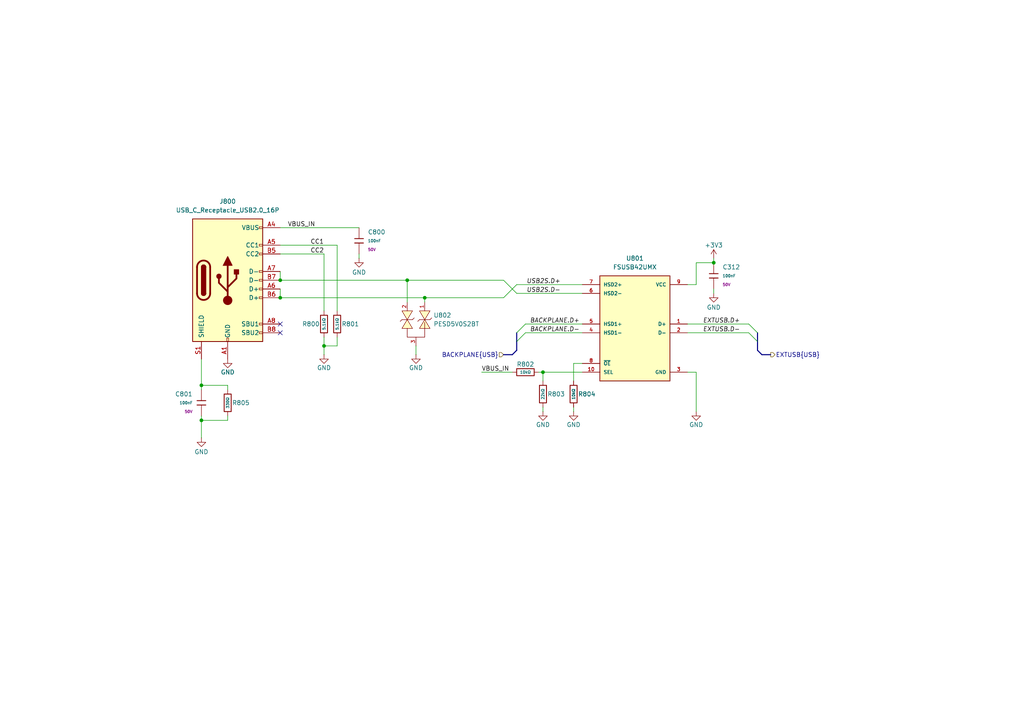
<source format=kicad_sch>
(kicad_sch (version 20231120) (generator "eeschema") (generator_version "8.0")
  (paper "A4")
  (title_block (title "ModuCard base module") (date "2025-02-18") (rev "1.0.0") (company "KoNaR") (comment 1 "Base project authors: Dominik Pluta, Artem Horiunov") (comment 2 "Project author: <author>"))
  (lib_symbols
    (symbol "FSUSB42UMX:FSUSB42UMX" (pin_names (offset 1.016))
      (property "Reference" "U" (at -10.16 15.748 0))
      (property "Value" "FSUSB42UMX" (at -10.16 -17.78 0))
      (symbol "FSUSB42UMX_0_0"
        (rectangle (start -10.16 15.24) (end 10.16 -15.24) (stroke (width 0.254)) (fill (type background)))
        (pin bidirectional line (at 15.24 1.27 180) (length 5.08) (name "D+") (number "1"))
        (pin input line (at -15.24 -12.7 0) (length 5.08) (name "SEL") (number "10"))
        (pin bidirectional line (at 15.24 -1.27 180) (length 5.08) (name "D-") (number "2"))
        (pin power_in line (at 15.24 -12.7 180) (length 5.08) (name "GND") (number "3"))
        (pin input line (at -15.24 -1.27 0) (length 5.08) (name "HSD1-") (number "4"))
        (pin input line (at -15.24 1.27 0) (length 5.08) (name "HSD1+") (number "5"))
        (pin input line (at -15.24 10.16 0) (length 5.08) (name "HSD2-") (number "6"))
        (pin input line (at -15.24 12.7 0) (length 5.08) (name "HSD2+") (number "7"))
        (pin input line (at -15.24 -10.16 0) (length 5.08) (name "~{OE}") (number "8"))
        (pin power_in line (at 15.24 12.7 180) (length 5.08) (name "VCC") (number "9"))
      )
    )
    (symbol "PCM_JLCPCB-Capacitors:0402,100nF,(2)" (pin_numbers hide) (pin_names (offset 0))
      (property "Reference" "C" (at 2.032 1.668 0))
      (property "Value" "100nF" (at 2.032 -0.3782 0))
      (property "Voltage Rated" "50V" (at 2.032 -2.0462 0))
      (symbol "0402,100nF,(2)_0_1"
        (polyline (pts (xy -1.27 -0.635) (xy 1.27 -0.635)) (stroke (width 0.254)))
        (polyline (pts (xy -1.27 0.635) (xy 1.27 0.635)) (stroke (width 0.254)))
      )
      (symbol "0402,100nF,(2)_1_1"
        (pin passive line (at 0 3.81 270) (length 3.175) (name "~") (number "1"))
        (pin passive line (at 0 -3.81 90) (length 3.175) (name "~") (number "2"))
      )
    )
    (symbol "PCM_JLCPCB-Resistors:0402,10kΩ" (pin_numbers hide) (pin_names (offset 0))
      (property "Reference" "R" (at 1.778 0 0))
      (property "Value" "10kΩ" (at 0 0 90))
      (symbol "0402,10kΩ_0_1"
        (rectangle (start -1.016 2.54) (end 1.016 -2.54) (stroke (width 0.254)))
      )
      (symbol "0402,10kΩ_1_1"
        (pin passive line (at 0 3.81 270) (length 1.27) (name "~") (number "1"))
        (pin passive line (at 0 -3.81 90) (length 1.27) (name "~") (number "2"))
      )
    )
    (symbol "PCM_JLCPCB-Resistors:0402,22kΩ" (pin_numbers hide) (pin_names (offset 0))
      (property "Reference" "R" (at 1.778 0 0))
      (property "Value" "22kΩ" (at 0 0 90))
      (symbol "0402,22kΩ_0_1"
        (rectangle (start -1.016 2.54) (end 1.016 -2.54) (stroke (width 0.254)))
      )
      (symbol "0402,22kΩ_1_1"
        (pin passive line (at 0 3.81 270) (length 1.27) (name "~") (number "1"))
        (pin passive line (at 0 -3.81 90) (length 1.27) (name "~") (number "2"))
      )
    )
    (symbol "PCM_JLCPCB-Resistors:0402,330Ω" (pin_numbers hide) (pin_names (offset 0))
      (property "Reference" "R" (at 1.778 0 0))
      (property "Value" "330Ω" (at 0 0 90))
      (symbol "0402,330Ω_0_1"
        (rectangle (start -1.016 2.54) (end 1.016 -2.54) (stroke (width 0.254)))
      )
      (symbol "0402,330Ω_1_1"
        (pin passive line (at 0 3.81 270) (length 1.27) (name "~") (number "1"))
        (pin passive line (at 0 -3.81 90) (length 1.27) (name "~") (number "2"))
      )
    )
    (symbol "PCM_JLCPCB-Resistors:0402,5.1kΩ" (pin_numbers hide) (pin_names (offset 0))
      (property "Reference" "R" (at 1.778 0 0))
      (property "Value" "5.1kΩ" (at 0 0 90))
      (symbol "0402,5.1kΩ_0_1"
        (rectangle (start -1.016 2.54) (end 1.016 -2.54) (stroke (width 0.254)))
      )
      (symbol "0402,5.1kΩ_1_1"
        (pin passive line (at 0 3.81 270) (length 1.27) (name "~") (number "1"))
        (pin passive line (at 0 -3.81 90) (length 1.27) (name "~") (number "2"))
      )
    )
    (symbol "PESD5V0S2BT:PESD5V0S2BT" (pin_names hide)
      (property "Reference" "U" (at -0.508 -1.524 0))
      (property "Value" "PESD5V0S2BT" (at 0 0 0))
      (symbol "PESD5V0S2BT_0_1"
        (polyline (pts (xy -1.016 -2.54) (xy -4.064 -2.54)))
        (polyline (pts (xy 4.064 -2.54) (xy 1.016 -2.54)))
        (polyline (pts (xy -4.064 -2.54) (xy -4.572 -3.048) (xy -4.064 -2.54)))
        (polyline (pts (xy -1.016 -2.54) (xy -0.508 -2.032) (xy -1.016 -2.54)))
        (polyline (pts (xy 1.016 -2.54) (xy 0.508 -3.048) (xy 1.016 -2.54)))
        (polyline (pts (xy 4.064 -2.54) (xy 4.572 -2.032) (xy 4.064 -2.54)))
        (polyline (pts (xy -4.064 -5.08) (xy -2.54 -2.54) (xy -1.016 -5.08) (xy -4.064 -5.08)) (fill (type background)))
        (polyline (pts (xy -4.064 0) (xy -2.54 -2.54) (xy -1.016 0) (xy -4.064 0)) (fill (type background)))
        (polyline (pts (xy 1.016 -5.08) (xy 2.54 -2.54) (xy 4.064 -5.08) (xy 1.016 -5.08)) (fill (type background)))
        (polyline (pts (xy 1.016 0) (xy 2.54 -2.54) (xy 4.064 0) (xy 1.016 0)) (fill (type background)))
        (polyline (pts (xy 2.54 0) (xy 2.54 2.54) (xy 0 2.54) (xy -2.54 2.54) (xy -2.54 -1.778)))
      )
      (symbol "PESD5V0S2BT_1_1"
        (pin passive line (at -2.54 -7.62 90) (length 2.54) (name "1") (number "1"))
        (pin passive line (at 2.54 -7.62 90) (length 2.54) (name "2") (number "2"))
        (pin passive line (at 0 5.08 270) (length 2.54) (name "3") (number "3"))
      )
    )
    (symbol "USB_C_Receptacle_USB2.0_16P_1" (pin_names (offset 1.016))
      (property "Reference" "J" (at 0 22.225 0))
      (property "Value" "USB_C_Receptacle_USB2.0_16P" (at 0 19.685 0))
      (symbol "USB_C_Receptacle_USB2.0_16P_1_0_0"
        (rectangle (start -0.254 -17.78) (end 0.254 -16.764))
        (rectangle (start 10.16 -14.986) (end 9.144 -15.494))
        (rectangle (start 10.16 -12.446) (end 9.144 -12.954))
        (rectangle (start 10.16 -4.826) (end 9.144 -5.334))
        (rectangle (start 10.16 -2.286) (end 9.144 -2.794))
        (rectangle (start 10.16 0.254) (end 9.144 -0.254))
        (rectangle (start 10.16 2.794) (end 9.144 2.286))
        (rectangle (start 10.16 7.874) (end 9.144 7.366))
        (rectangle (start 10.16 10.414) (end 9.144 9.906))
        (rectangle (start 10.16 15.494) (end 9.144 14.986))
      )
      (symbol "USB_C_Receptacle_USB2.0_16P_1_0_1"
        (rectangle (start -10.16 17.78) (end 10.16 -17.78) (stroke (width 0.254)) (fill (type background)))
        (arc (start -8.89 -3.81) (mid -6.985 -5.7067) (end -5.08 -3.81) (stroke (width 0.508)))
        (arc (start -7.62 -3.81) (mid -6.985 -4.4423) (end -6.35 -3.81) (stroke (width 0.254)))
        (arc (start -7.62 -3.81) (mid -6.985 -4.4423) (end -6.35 -3.81) (stroke (width 0.254)) (fill (type outline)))
        (rectangle (start -7.62 -3.81) (end -6.35 3.81) (stroke (width 0.254)) (fill (type outline)))
        (arc (start -6.35 3.81) (mid -6.985 4.4423) (end -7.62 3.81) (stroke (width 0.254)))
        (arc (start -6.35 3.81) (mid -6.985 4.4423) (end -7.62 3.81) (stroke (width 0.254)) (fill (type outline)))
        (arc (start -5.08 3.81) (mid -6.985 5.7067) (end -8.89 3.81) (stroke (width 0.508)))
        (circle (center -2.54 1.143) (radius 0.635) (stroke (width 0.254)) (fill (type outline)))
        (circle (center 0 -5.842) (radius 1.27) (fill (type outline)))
        (polyline (pts (xy -8.89 -3.81) (xy -8.89 3.81)) (stroke (width 0.508)))
        (polyline (pts (xy -5.08 3.81) (xy -5.08 -3.81)) (stroke (width 0.508)))
        (polyline (pts (xy 0 -5.842) (xy 0 4.318)) (stroke (width 0.508)))
        (polyline (pts (xy 0 -3.302) (xy -2.54 -0.762) (xy -2.54 0.508)) (stroke (width 0.508)))
        (polyline (pts (xy 0 -2.032) (xy 2.54 0.508) (xy 2.54 1.778)) (stroke (width 0.508)))
        (polyline (pts (xy -1.27 4.318) (xy 0 6.858) (xy 1.27 4.318) (xy -1.27 4.318)) (stroke (width 0.254)) (fill (type outline)))
        (rectangle (start 1.905 1.778) (end 3.175 3.048) (stroke (width 0.254)) (fill (type outline)))
      )
      (symbol "USB_C_Receptacle_USB2.0_16P_1_1_1"
        (pin passive line (at 0 -22.86 90) (length 5.08) (name "GND") (number "A1"))
        (pin passive line (at 0 -22.86 90) (length 5.08) hide (name "GND") (number "A12"))
        (pin passive line (at 15.24 15.24 180) (length 5.08) (name "VBUS") (number "A4"))
        (pin bidirectional line (at 15.24 10.16 180) (length 5.08) (name "CC1") (number "A5"))
        (pin bidirectional line (at 15.24 -2.54 180) (length 5.08) (name "D+") (number "A6"))
        (pin bidirectional line (at 15.24 2.54 180) (length 5.08) (name "D-") (number "A7"))
        (pin bidirectional line (at 15.24 -12.7 180) (length 5.08) (name "SBU1") (number "A8"))
        (pin passive line (at 15.24 15.24 180) (length 5.08) hide (name "VBUS") (number "A9"))
        (pin passive line (at 0 -22.86 90) (length 5.08) hide (name "GND") (number "B1"))
        (pin passive line (at 0 -22.86 90) (length 5.08) hide (name "GND") (number "B12"))
        (pin passive line (at 15.24 15.24 180) (length 5.08) hide (name "VBUS") (number "B4"))
        (pin bidirectional line (at 15.24 7.62 180) (length 5.08) (name "CC2") (number "B5"))
        (pin bidirectional line (at 15.24 -5.08 180) (length 5.08) (name "D+") (number "B6"))
        (pin bidirectional line (at 15.24 0 180) (length 5.08) (name "D-") (number "B7"))
        (pin bidirectional line (at 15.24 -15.24 180) (length 5.08) (name "SBU2") (number "B8"))
        (pin passive line (at 15.24 15.24 180) (length 5.08) hide (name "VBUS") (number "B9"))
        (pin passive line (at -7.62 -22.86 90) (length 5.08) (name "SHIELD") (number "S1"))
      )
    )
    (symbol "power:+5V" (power) (pin_numbers hide) (pin_names (offset 0) hide)
      (property "Value" "+5V" (at 0 3.556 0))
      (symbol "+5V_0_1"
        (polyline (pts (xy -0.762 1.27) (xy 0 2.54)))
        (polyline (pts (xy 0 0) (xy 0 2.54)))
        (polyline (pts (xy 0 2.54) (xy 0.762 1.27)))
      )
      (symbol "+5V_1_1"
        (pin power_in line (at 0 0 90) (length 0) (name "~") (number "1"))
      )
    )
    (symbol "power:GND" (power) (pin_numbers hide) (pin_names (offset 0) hide)
      (property "Value" "GND" (at 0 -3.81 0))
      (symbol "GND_0_1"
        (polyline (pts (xy 0 0) (xy 0 -1.27) (xy 1.27 -1.27) (xy 0 -2.54) (xy -1.27 -1.27) (xy 0 -1.27)))
      )
      (symbol "GND_1_1"
        (pin power_in line (at 0 0 270) (length 0) (name "~") (number "1"))
      )
    )
  )
  (junction (at 58.42 111.76))
  (junction (at 58.42 121.92))
  (junction (at 93.98 100.33))
  (junction (at 81.28 81.28))
  (junction (at 123.19 86.36))
  (junction (at 207.01 76.2))
  (junction (at 157.48 107.95))
  (junction (at 81.28 86.36))
  (junction (at 118.11 81.28))
  (no_connect (at 81.28 96.52))
  (no_connect (at 81.28 93.98))
  (bus_entry (at 217.17 96.52) (size 2.54 2.54))
  (bus_entry (at 149.86 96.52) (size 2.54 -2.54))
  (bus_entry (at 217.17 93.98) (size 2.54 2.54))
  (bus_entry (at 149.86 99.06) (size 2.54 -2.54))
  (wire (pts (xy 149.86 85.09) (xy 168.91 85.09)))
  (wire (pts (xy 81.28 81.28) (xy 118.11 81.28)))
  (wire (pts (xy 201.93 107.95) (xy 199.39 107.95)))
  (bus (pts (xy 220.98 102.87) (xy 219.71 101.6)))
  (wire (pts (xy 201.93 76.2) (xy 201.93 82.55)))
  (wire (pts (xy 199.39 93.98) (xy 217.17 93.98)))
  (wire (pts (xy 81.28 78.74) (xy 81.28 81.28)))
  (wire (pts (xy 58.42 120.65) (xy 58.42 121.92)))
  (wire (pts (xy 93.98 73.66) (xy 93.98 90.17)))
  (wire (pts (xy 207.01 83.82) (xy 207.01 85.09)))
  (wire (pts (xy 93.98 97.79) (xy 93.98 100.33)))
  (wire (pts (xy 152.4 93.98) (xy 168.91 93.98)))
  (wire (pts (xy 149.86 82.55) (xy 168.91 82.55)))
  (wire (pts (xy 207.01 74.93) (xy 207.01 76.2)))
  (wire (pts (xy 104.14 73.66) (xy 104.14 74.93)))
  (bus (pts (xy 219.71 96.52) (xy 219.71 99.06)))
  (wire (pts (xy 97.79 97.79) (xy 97.79 100.33)))
  (wire (pts (xy 199.39 96.52) (xy 217.17 96.52)))
  (wire (pts (xy 166.37 118.11) (xy 166.37 119.38)))
  (wire (pts (xy 157.48 118.11) (xy 157.48 119.38)))
  (wire (pts (xy 58.42 104.14) (xy 58.42 111.76)))
  (wire (pts (xy 58.42 121.92) (xy 58.42 127)))
  (bus (pts (xy 220.98 102.87) (xy 223.52 102.87)))
  (wire (pts (xy 66.04 111.76) (xy 58.42 111.76)))
  (wire (pts (xy 93.98 100.33) (xy 93.98 102.87)))
  (bus (pts (xy 148.59 102.87) (xy 149.86 101.6)))
  (wire (pts (xy 149.86 85.09) (xy 146.05 81.28)))
  (wire (pts (xy 81.28 71.12) (xy 97.79 71.12)))
  (wire (pts (xy 207.01 76.2) (xy 201.93 76.2)))
  (wire (pts (xy 149.86 82.55) (xy 146.05 86.36)))
  (wire (pts (xy 118.11 81.28) (xy 146.05 81.28)))
  (bus (pts (xy 149.86 99.06) (xy 149.86 101.6)))
  (wire (pts (xy 81.28 83.82) (xy 81.28 86.36)))
  (wire (pts (xy 152.4 96.52) (xy 168.91 96.52)))
  (wire (pts (xy 123.19 86.36) (xy 146.05 86.36)))
  (wire (pts (xy 81.28 86.36) (xy 123.19 86.36)))
  (wire (pts (xy 120.65 100.33) (xy 120.65 102.87)))
  (wire (pts (xy 156.21 107.95) (xy 157.48 107.95)))
  (bus (pts (xy 146.05 102.87) (xy 148.59 102.87)))
  (wire (pts (xy 66.04 111.76) (xy 66.04 113.03)))
  (bus (pts (xy 219.71 99.06) (xy 219.71 101.6)))
  (wire (pts (xy 123.19 86.36) (xy 123.19 87.63)))
  (wire (pts (xy 201.93 119.38) (xy 201.93 107.95)))
  (bus (pts (xy 149.86 96.52) (xy 149.86 99.06)))
  (wire (pts (xy 81.28 73.66) (xy 93.98 73.66)))
  (wire (pts (xy 58.42 111.76) (xy 58.42 113.03)))
  (wire (pts (xy 157.48 107.95) (xy 157.48 110.49)))
  (wire (pts (xy 81.28 66.04) (xy 104.14 66.04)))
  (wire (pts (xy 118.11 81.28) (xy 118.11 87.63)))
  (wire (pts (xy 139.7 107.95) (xy 148.59 107.95)))
  (wire (pts (xy 97.79 90.17) (xy 97.79 71.12)))
  (wire (pts (xy 66.04 120.65) (xy 66.04 121.92)))
  (wire (pts (xy 157.48 107.95) (xy 168.91 107.95)))
  (wire (pts (xy 166.37 105.41) (xy 166.37 110.49)))
  (wire (pts (xy 166.37 105.41) (xy 168.91 105.41)))
  (wire (pts (xy 66.04 121.92) (xy 58.42 121.92)))
  (wire (pts (xy 199.39 82.55) (xy 201.93 82.55)))
  (wire (pts (xy 93.98 100.33) (xy 97.79 100.33)))
  (label "CC1" (at 93.98 71.12 180))
  (label "BACKPLANE.D+" (at 153.67 93.98 0) (effects (font (italic yes))))
  (label "EXTUSB.D-" (at 214.63 96.52 180) (effects (font (italic yes))))
  (label "USB2S.D-" (at 162.56 85.09 180) (effects (font (italic yes))))
  (label "BACKPLANE.D-" (at 153.67 96.52 0) (effects (font (italic yes))))
  (label "EXTUSB.D+" (at 214.63 93.98 180) (effects (font (italic yes))))
  (label "CC2" (at 93.98 73.66 180))
  (label "VBUS_IN" (at 91.44 66.04 180))
  (label "USB2S.D+" (at 162.56 82.55 180) (effects (font (italic yes))))
  (label "VBUS_IN" (at 139.7 107.95 0))
  (hierarchical_label "EXTUSB{USB}" (shape output) (at 223.52 102.87 0))
  (hierarchical_label "BACKPLANE{USB}" (shape input) (at 146.05 102.87 180))
  (symbol (lib_id "PCM_JLCPCB-Capacitors:0402,100nF,(2)") (at 104.14 69.85 0) (unit 1)
    (property "Reference" "C800" (at 106.68 67.3099 0) (effects (justify left)))
    (property "Value" "100nF" (at 106.68 69.85 0) (effects (font (size 0.8 0.8)) (justify left)))
    (property "Footprint" "PCM_JLCPCB:C_0402" (effects (hide yes)))
    (property "Datasheet" "https://www.lcsc.com/datasheet/lcsc_datasheet_2304140030_Samsung-Electro-Mechanics-CL05B104KB54PNC_C307331.pdf" (effects (hide yes)))
    (property "Description" "50V 100nF X7R ±10% 0402 Multilayer Ceramic Capacitors MLCC - SMD/SMT ROHS" (effects (hide yes)))
    (property "LCSC" "C307331" (effects (hide yes)))
    (property "Stock" "3851753" (effects (hide yes)))
    (property "Price" "0.008USD" (effects (hide yes)))
    (property "Process" "SMT" (effects (hide yes)))
    (property "Minimum Qty" "20" (effects (hide yes)))
    (property "Attrition Qty" "10" (effects (hide yes)))
    (property "Class" "Basic Component" (effects (hide yes)))
    (property "Category" "Capacitors,Multilayer Ceramic Capacitors MLCC - SMD/SMT" (effects (hide yes)))
    (property "Manufacturer" "Samsung Electro-Mechanics" (effects (hide yes)))
    (property "Part" "CL05B104KB54PNC" (effects (hide yes)))
    (property "Voltage Rated" "50V" (at 106.68 72.39 0) (effects (font (size 0.8 0.8)) (justify left)))
    (property "Tolerance" "±10%" (effects (hide yes)))
    (property "Capacitance" "100nF" (effects (hide yes)))
    (property "Temperature Coefficient" "X7R" (effects (hide yes)))
  )
  (symbol (lib_id "PCM_JLCPCB-Resistors:0402,22kΩ") (at 157.48 114.3 0) (unit 1)
    (property "Reference" "R803" (at 158.75 114.3 0) (effects (justify left)))
    (property "Value" "22kΩ" (at 157.48 114.3 90) (effects (font (size 0.8 0.8))))
    (property "Footprint" "PCM_JLCPCB:R_0402" (effects (hide yes)))
    (property "Datasheet" "https://www.lcsc.com/datasheet/lcsc_datasheet_2206010100_UNI-ROYAL-Uniroyal-Elec-0402WGF2202TCE_C25768.pdf" (effects (hide yes)))
    (property "Description" "62.5mW Thick Film Resistors 50V ±100ppm/°C ±1% 22kΩ 0402 Chip Resistor - Surface Mount ROHS" (effects (hide yes)))
    (property "LCSC" "C25768" (effects (hide yes)))
    (property "Stock" "474609" (effects (hide yes)))
    (property "Price" "0.004USD" (effects (hide yes)))
    (property "Process" "SMT" (effects (hide yes)))
    (property "Minimum Qty" "20" (effects (hide yes)))
    (property "Attrition Qty" "10" (effects (hide yes)))
    (property "Class" "Basic Component" (effects (hide yes)))
    (property "Category" "Resistors,Chip Resistor - Surface Mount" (effects (hide yes)))
    (property "Manufacturer" "UNI-ROYAL(Uniroyal Elec)" (effects (hide yes)))
    (property "Part" "0402WGF2202TCE" (effects (hide yes)))
    (property "Resistance" "22kΩ" (effects (hide yes)))
    (property "Power(Watts)" "62.5mW" (effects (hide yes)))
    (property "Type" "Thick Film Resistors" (effects (hide yes)))
    (property "Overload Voltage (Max)" "50V" (effects (hide yes)))
    (property "Operating Temperature Range" "-55°C~+155°C" (effects (hide yes)))
    (property "Tolerance" "±1%" (effects (hide yes)))
    (property "Temperature Coefficient" "±100ppm/°C" (effects (hide yes)))
  )
  (symbol (lib_id "PCM_JLCPCB-Resistors:0402,10kΩ") (at 166.37 114.3 0) (unit 1)
    (property "Reference" "R804" (at 167.64 114.3 0) (effects (justify left)))
    (property "Value" "10kΩ" (at 166.37 114.3 90) (effects (font (size 0.8 0.8))))
    (property "Footprint" "PCM_JLCPCB:R_0402" (effects (hide yes)))
    (property "Datasheet" "https://www.lcsc.com/datasheet/lcsc_datasheet_2411221126_UNI-ROYAL-Uniroyal-Elec-0402WGF1002TCE_C25744.pdf" (effects (hide yes)))
    (property "Description" "62.5mW Thick Film Resistors 50V ±100ppm/°C ±1% 10kΩ 0402 Chip Resistor - Surface Mount ROHS" (effects (hide yes)))
    (property "LCSC" "C25744" (effects (hide yes)))
    (property "Stock" "14017682" (effects (hide yes)))
    (property "Price" "0.004USD" (effects (hide yes)))
    (property "Process" "SMT" (effects (hide yes)))
    (property "Minimum Qty" "5" (effects (hide yes)))
    (property "Attrition Qty" "0" (effects (hide yes)))
    (property "Class" "Basic Component" (effects (hide yes)))
    (property "Category" "Resistors,Chip Resistor - Surface Mount" (effects (hide yes)))
    (property "Manufacturer" "UNI-ROYAL(Uniroyal Elec)" (effects (hide yes)))
    (property "Part" "0402WGF1002TCE" (effects (hide yes)))
    (property "Resistance" "10kΩ" (effects (hide yes)))
    (property "Power(Watts)" "62.5mW" (effects (hide yes)))
    (property "Type" "Thick Film Resistors" (effects (hide yes)))
    (property "Overload Voltage (Max)" "50V" (effects (hide yes)))
    (property "Operating Temperature Range" "-55°C~+155°C" (effects (hide yes)))
    (property "Tolerance" "±1%" (effects (hide yes)))
    (property "Temperature Coefficient" "±100ppm/°C" (effects (hide yes)))
  )
  (symbol (lib_id "power:GND") (at 120.65 102.87 0) (mirror y) (unit 1)
    (property "Reference" "#PWR0802" (effects (hide yes)))
    (property "Value" "GND" (at 120.65 106.68 0))
    (property "Description" "Power symbol creates a global label with name \"GND\" , ground" (effects (hide yes)))
  )
  (symbol (lib_id "PCM_JLCPCB-Capacitors:0402,100nF,(2)") (at 58.42 116.84 0) (unit 1)
    (property "Reference" "C801" (at 55.88 114.2999 0) (effects (justify right)))
    (property "Value" "100nF" (at 55.88 116.84 0) (effects (font (size 0.8 0.8)) (justify right)))
    (property "Footprint" "PCM_JLCPCB:C_0402" (effects (hide yes)))
    (property "Datasheet" "https://www.lcsc.com/datasheet/lcsc_datasheet_2304140030_Samsung-Electro-Mechanics-CL05B104KB54PNC_C307331.pdf" (effects (hide yes)))
    (property "Description" "50V 100nF X7R ±10% 0402 Multilayer Ceramic Capacitors MLCC - SMD/SMT ROHS" (effects (hide yes)))
    (property "LCSC" "C307331" (effects (hide yes)))
    (property "Stock" "3851753" (effects (hide yes)))
    (property "Price" "0.008USD" (effects (hide yes)))
    (property "Process" "SMT" (effects (hide yes)))
    (property "Minimum Qty" "20" (effects (hide yes)))
    (property "Attrition Qty" "10" (effects (hide yes)))
    (property "Class" "Basic Component" (effects (hide yes)))
    (property "Category" "Capacitors,Multilayer Ceramic Capacitors MLCC - SMD/SMT" (effects (hide yes)))
    (property "Manufacturer" "Samsung Electro-Mechanics" (effects (hide yes)))
    (property "Part" "CL05B104KB54PNC" (effects (hide yes)))
    (property "Voltage Rated" "50V" (at 55.88 119.38 0) (effects (font (size 0.8 0.8)) (justify right)))
    (property "Tolerance" "±10%" (effects (hide yes)))
    (property "Capacitance" "100nF" (effects (hide yes)))
    (property "Temperature Coefficient" "X7R" (effects (hide yes)))
  )
  (symbol (lib_id "PESD5V0S2BT:PESD5V0S2BT") (at 120.65 95.25 180) (unit 1)
    (property "Reference" "U802" (at 125.73 91.44 0) (effects (justify right)))
    (property "Value" "PESD5V0S2BT" (at 125.73 93.98 0) (effects (justify right)))
    (property "Footprint" "Package_TO_SOT_SMD:SOT-23" (effects (hide yes)))
    (property "Datasheet" "https://www.lcsc.com/datasheet/lcsc_datasheet_2501101716_HXY-MOSFET-PESD5V0S2BT_C5451656.pdf" (effects (hide yes)))
    (property "Description" "11A 8V 8V Bidirectional 5V SOT-23 ESD and Surge Protection (TVS/ESD)" (effects (hide yes)))
  )
  (symbol (lib_id "power:GND") (at 201.93 119.38 0) (unit 1)
    (property "Reference" "#PWR0805" (effects (hide yes)))
    (property "Value" "GND" (at 201.93 123.19 0))
    (property "Description" "Power symbol creates a global label with name \"GND\" , ground" (effects (hide yes)))
  )
  (symbol (lib_id "power:GND") (at 58.42 127 0) (unit 1)
    (property "Reference" "#PWR0808" (effects (hide yes)))
    (property "Value" "GND" (at 58.42 131.064 0))
    (property "Description" "Power symbol creates a global label with name \"GND\" , ground" (effects (hide yes)))
  )
  (symbol (lib_id "power:GND") (at 66.04 104.14 0) (mirror y) (unit 1)
    (property "Reference" "#PWR0804" (effects (hide yes)))
    (property "Value" "GND" (at 66.04 107.95 0))
    (property "Description" "Power symbol creates a global label with name \"GND\" , ground" (effects (hide yes)))
  )
  (symbol (lib_id "power:GND") (at 157.48 119.38 0) (unit 1)
    (property "Reference" "#PWR0806" (effects (hide yes)))
    (property "Value" "GND" (at 157.48 123.19 0))
    (property "Description" "Power symbol creates a global label with name \"GND\" , ground" (effects (hide yes)))
  )
  (symbol (lib_id "power:GND") (at 166.37 119.38 0) (unit 1)
    (property "Reference" "#PWR0807" (effects (hide yes)))
    (property "Value" "GND" (at 166.37 123.19 0))
    (property "Description" "Power symbol creates a global label with name \"GND\" , ground" (effects (hide yes)))
  )
  (symbol (lib_id "power:GND") (at 104.14 74.93 0) (unit 1)
    (property "Reference" "#PWR0800" (effects (hide yes)))
    (property "Value" "GND" (at 104.14 78.994 0))
    (property "Description" "Power symbol creates a global label with name \"GND\" , ground" (effects (hide yes)))
  )
  (symbol (lib_id "power:GND") (at 207.01 85.09 0) (unit 1)
    (property "Reference" "#PWR0330" (effects (hide yes)))
    (property "Value" "GND" (at 207.01 89.154 0))
    (property "Description" "Power symbol creates a global label with name \"GND\" , ground" (effects (hide yes)))
  )
  (symbol (lib_id "FSUSB42UMX:FSUSB42UMX") (at 184.15 95.25 0) (unit 1)
    (property "Reference" "U801" (at 184.15 74.93 0))
    (property "Value" "FSUSB42UMX" (at 184.15 77.47 0))
    (property "Footprint" "Package_DFN_QFN:UQFN-10_1.4x1.8mm_P0.4mm" (effects (hide yes)))
    (property "Datasheet" "https://www.lcsc.com/datasheet/lcsc_datasheet_2410121755_onsemi-FSUSB42UMX_C11145.pdf" (effects (hide yes)))
    (property "MF" "ON Semiconductor" (effects (hide yes)))
    (property "Description_1" "\n                        \n                            USB Switch IC 1 Channel 10-UMLP (1.8x1.4)\n                        \n" (effects (hide yes)))
    (property "Package" "UQFN-10 ON Semiconductor" (effects (hide yes)))
    (property "Price" "None" (effects (hide yes)))
    (property "Check_prices" "https://www.snapeda.com/parts/FSUSB42UMX/Onsemi/view-part/?ref=eda" (effects (hide yes)))
    (property "STANDARD" "Manufacturer Recommendations" (effects (hide yes)))
    (property "PARTREV" "1.25" (effects (hide yes)))
    (property "SnapEDA_Link" "https://www.snapeda.com/parts/FSUSB42UMX/Onsemi/view-part/?ref=snap" (effects (hide yes)))
    (property "MP" "FSUSB42UMX" (effects (hide yes)))
    (property "Availability" "In Stock" (effects (hide yes)))
    (property "MANUFACTURER" "ON Semiconductor" (effects (hide yes)))
  )
  (symbol (lib_id "PCM_JLCPCB-Capacitors:0402,100nF,(2)") (at 207.01 80.01 0) (unit 1)
    (property "Reference" "C312" (at 209.55 77.4699 0) (effects (justify left)))
    (property "Value" "100nF" (at 209.55 80.01 0) (effects (font (size 0.8 0.8)) (justify left)))
    (property "Footprint" "PCM_JLCPCB:C_0402" (effects (hide yes)))
    (property "Datasheet" "https://www.lcsc.com/datasheet/lcsc_datasheet_2304140030_Samsung-Electro-Mechanics-CL05B104KB54PNC_C307331.pdf" (effects (hide yes)))
    (property "Description" "50V 100nF X7R ±10% 0402 Multilayer Ceramic Capacitors MLCC - SMD/SMT ROHS" (effects (hide yes)))
    (property "LCSC" "C307331" (effects (hide yes)))
    (property "Stock" "3851753" (effects (hide yes)))
    (property "Price" "0.008USD" (effects (hide yes)))
    (property "Process" "SMT" (effects (hide yes)))
    (property "Minimum Qty" "20" (effects (hide yes)))
    (property "Attrition Qty" "10" (effects (hide yes)))
    (property "Class" "Basic Component" (effects (hide yes)))
    (property "Category" "Capacitors,Multilayer Ceramic Capacitors MLCC - SMD/SMT" (effects (hide yes)))
    (property "Manufacturer" "Samsung Electro-Mechanics" (effects (hide yes)))
    (property "Part" "CL05B104KB54PNC" (effects (hide yes)))
    (property "Voltage Rated" "50V" (at 209.55 82.55 0) (effects (font (size 0.8 0.8)) (justify left)))
    (property "Tolerance" "±10%" (effects (hide yes)))
    (property "Capacitance" "100nF" (effects (hide yes)))
    (property "Temperature Coefficient" "X7R" (effects (hide yes)))
  )
  (symbol (lib_id "PCM_JLCPCB-Resistors:0402,330Ω") (at 66.04 116.84 0) (unit 1)
    (property "Reference" "R805" (at 67.31 116.84 0) (effects (justify left)))
    (property "Value" "330Ω" (at 66.04 116.84 90) (effects (font (size 0.8 0.8))))
    (property "Footprint" "PCM_JLCPCB:R_0402" (effects (hide yes)))
    (property "Datasheet" "https://www.lcsc.com/datasheet/lcsc_datasheet_2205311900_UNI-ROYAL-Uniroyal-Elec-0402WGF3300TCE_C25104.pdf" (effects (hide yes)))
    (property "Description" "62.5mW Thick Film Resistors 50V ±100ppm/°C ±1% 330Ω 0402 Chip Resistor - Surface Mount ROHS" (effects (hide yes)))
    (property "LCSC" "C25104" (effects (hide yes)))
    (property "Stock" "399284" (effects (hide yes)))
    (property "Price" "0.004USD" (effects (hide yes)))
    (property "Process" "SMT" (effects (hide yes)))
    (property "Minimum Qty" "20" (effects (hide yes)))
    (property "Attrition Qty" "10" (effects (hide yes)))
    (property "Class" "Basic Component" (effects (hide yes)))
    (property "Category" "Resistors,Chip Resistor - Surface Mount" (effects (hide yes)))
    (property "Manufacturer" "UNI-ROYAL(Uniroyal Elec)" (effects (hide yes)))
    (property "Part" "0402WGF3300TCE" (effects (hide yes)))
    (property "Resistance" "330Ω" (effects (hide yes)))
    (property "Power(Watts)" "62.5mW" (effects (hide yes)))
    (property "Type" "Thick Film Resistors" (effects (hide yes)))
    (property "Overload Voltage (Max)" "50V" (effects (hide yes)))
    (property "Operating Temperature Range" "-55°C~+155°C" (effects (hide yes)))
    (property "Tolerance" "±1%" (effects (hide yes)))
    (property "Temperature Coefficient" "±100ppm/°C" (effects (hide yes)))
  )
  (symbol (lib_name "USB_C_Receptacle_USB2.0_16P_1") (lib_id "Connector:USB_C_Receptacle_USB2.0_16P") (at 66.04 81.28 0) (unit 1)
    (property "Reference" "J800" (at 66.04 58.42 0))
    (property "Value" "USB_C_Receptacle_USB2.0_16P" (at 66.04 60.96 0))
    (property "Footprint" "Connector_USB:USB_C_Receptacle_GCT_USB4105-xx-A_16P_TopMnt_Horizontal" (effects (hide yes)))
    (property "Datasheet" "https://www.usb.org/sites/default/files/documents/usb_type-c.zip" (effects (hide yes)))
    (property "Description" "USB 2.0-only 16P Type-C Receptacle connector" (effects (hide yes)))
  )
  (symbol (lib_id "PCM_JLCPCB-Resistors:0402,5.1kΩ") (at 97.79 93.98 0) (unit 1)
    (property "Reference" "R801" (at 99.06 93.98 0) (effects (justify left)))
    (property "Value" "5.1kΩ" (at 97.79 93.98 90) (effects (font (size 0.8 0.8))))
    (property "Footprint" "PCM_JLCPCB:R_0402" (effects (hide yes)))
    (property "Datasheet" "https://www.lcsc.com/datasheet/lcsc_datasheet_2206010045_UNI-ROYAL-Uniroyal-Elec-0402WGF5101TCE_C25905.pdf" (effects (hide yes)))
    (property "Description" "62.5mW Thick Film Resistors 50V ±100ppm/°C ±1% 5.1kΩ 0402 Chip Resistor - Surface Mount ROHS" (effects (hide yes)))
    (property "LCSC" "C25905" (effects (hide yes)))
    (property "Stock" "2022176" (effects (hide yes)))
    (property "Price" "0.004USD" (effects (hide yes)))
    (property "Process" "SMT" (effects (hide yes)))
    (property "Minimum Qty" "20" (effects (hide yes)))
    (property "Attrition Qty" "10" (effects (hide yes)))
    (property "Class" "Basic Component" (effects (hide yes)))
    (property "Category" "Resistors,Chip Resistor - Surface Mount" (effects (hide yes)))
    (property "Manufacturer" "UNI-ROYAL(Uniroyal Elec)" (effects (hide yes)))
    (property "Part" "0402WGF5101TCE" (effects (hide yes)))
    (property "Resistance" "5.1kΩ" (effects (hide yes)))
    (property "Power(Watts)" "62.5mW" (effects (hide yes)))
    (property "Type" "Thick Film Resistors" (effects (hide yes)))
    (property "Overload Voltage (Max)" "50V" (effects (hide yes)))
    (property "Operating Temperature Range" "-55°C~+155°C" (effects (hide yes)))
    (property "Tolerance" "±1%" (effects (hide yes)))
    (property "Temperature Coefficient" "±100ppm/°C" (effects (hide yes)))
  )
  (symbol (lib_id "power:+5V") (at 207.01 74.93 0) (mirror y) (unit 1)
    (property "Reference" "#PWR0801" (effects (hide yes)))
    (property "Value" "+3V3" (at 207.01 71.12 0))
    (property "Description" "Power symbol creates a global label with name \"+5V\"" (effects (hide yes)))
  )
  (symbol (lib_id "PCM_JLCPCB-Resistors:0402,5.1kΩ") (at 93.98 93.98 0) (unit 1)
    (property "Reference" "R800" (at 87.63 93.98 0) (effects (justify left)))
    (property "Value" "5.1kΩ" (at 93.98 93.98 90) (effects (font (size 0.8 0.8))))
    (property "Footprint" "PCM_JLCPCB:R_0402" (effects (hide yes)))
    (property "Datasheet" "https://www.lcsc.com/datasheet/lcsc_datasheet_2206010045_UNI-ROYAL-Uniroyal-Elec-0402WGF5101TCE_C25905.pdf" (effects (hide yes)))
    (property "Description" "62.5mW Thick Film Resistors 50V ±100ppm/°C ±1% 5.1kΩ 0402 Chip Resistor - Surface Mount ROHS" (effects (hide yes)))
    (property "LCSC" "C25905" (effects (hide yes)))
    (property "Stock" "2022176" (effects (hide yes)))
    (property "Price" "0.004USD" (effects (hide yes)))
    (property "Process" "SMT" (effects (hide yes)))
    (property "Minimum Qty" "20" (effects (hide yes)))
    (property "Attrition Qty" "10" (effects (hide yes)))
    (property "Class" "Basic Component" (effects (hide yes)))
    (property "Category" "Resistors,Chip Resistor - Surface Mount" (effects (hide yes)))
    (property "Manufacturer" "UNI-ROYAL(Uniroyal Elec)" (effects (hide yes)))
    (property "Part" "0402WGF5101TCE" (effects (hide yes)))
    (property "Resistance" "5.1kΩ" (effects (hide yes)))
    (property "Power(Watts)" "62.5mW" (effects (hide yes)))
    (property "Type" "Thick Film Resistors" (effects (hide yes)))
    (property "Overload Voltage (Max)" "50V" (effects (hide yes)))
    (property "Operating Temperature Range" "-55°C~+155°C" (effects (hide yes)))
    (property "Tolerance" "±1%" (effects (hide yes)))
    (property "Temperature Coefficient" "±100ppm/°C" (effects (hide yes)))
  )
  (symbol (lib_id "PCM_JLCPCB-Resistors:0402,10kΩ") (at 152.4 107.95 90) (unit 1)
    (property "Reference" "R802" (at 152.4 105.664 90))
    (property "Value" "10kΩ" (at 152.4 107.95 90) (effects (font (size 0.8 0.8))))
    (property "Footprint" "PCM_JLCPCB:R_0402" (effects (hide yes)))
    (property "Datasheet" "https://www.lcsc.com/datasheet/lcsc_datasheet_2411221126_UNI-ROYAL-Uniroyal-Elec-0402WGF1002TCE_C25744.pdf" (effects (hide yes)))
    (property "Description" "62.5mW Thick Film Resistors 50V ±100ppm/°C ±1% 10kΩ 0402 Chip Resistor - Surface Mount ROHS" (effects (hide yes)))
    (property "LCSC" "C25744" (effects (hide yes)))
    (property "Stock" "14017682" (effects (hide yes)))
    (property "Price" "0.004USD" (effects (hide yes)))
    (property "Process" "SMT" (effects (hide yes)))
    (property "Minimum Qty" "5" (effects (hide yes)))
    (property "Attrition Qty" "0" (effects (hide yes)))
    (property "Class" "Basic Component" (effects (hide yes)))
    (property "Category" "Resistors,Chip Resistor - Surface Mount" (effects (hide yes)))
    (property "Manufacturer" "UNI-ROYAL(Uniroyal Elec)" (effects (hide yes)))
    (property "Part" "0402WGF1002TCE" (effects (hide yes)))
    (property "Resistance" "10kΩ" (effects (hide yes)))
    (property "Power(Watts)" "62.5mW" (effects (hide yes)))
    (property "Type" "Thick Film Resistors" (effects (hide yes)))
    (property "Overload Voltage (Max)" "50V" (effects (hide yes)))
    (property "Operating Temperature Range" "-55°C~+155°C" (effects (hide yes)))
    (property "Tolerance" "±1%" (effects (hide yes)))
    (property "Temperature Coefficient" "±100ppm/°C" (effects (hide yes)))
  )
  (symbol (lib_id "power:GND") (at 93.98 102.87 0) (mirror y) (unit 1)
    (property "Reference" "#PWR0803" (effects (hide yes)))
    (property "Value" "GND" (at 93.98 106.68 0))
    (property "Description" "Power symbol creates a global label with name \"GND\" , ground" (effects (hide yes)))
  )
)
</source>
